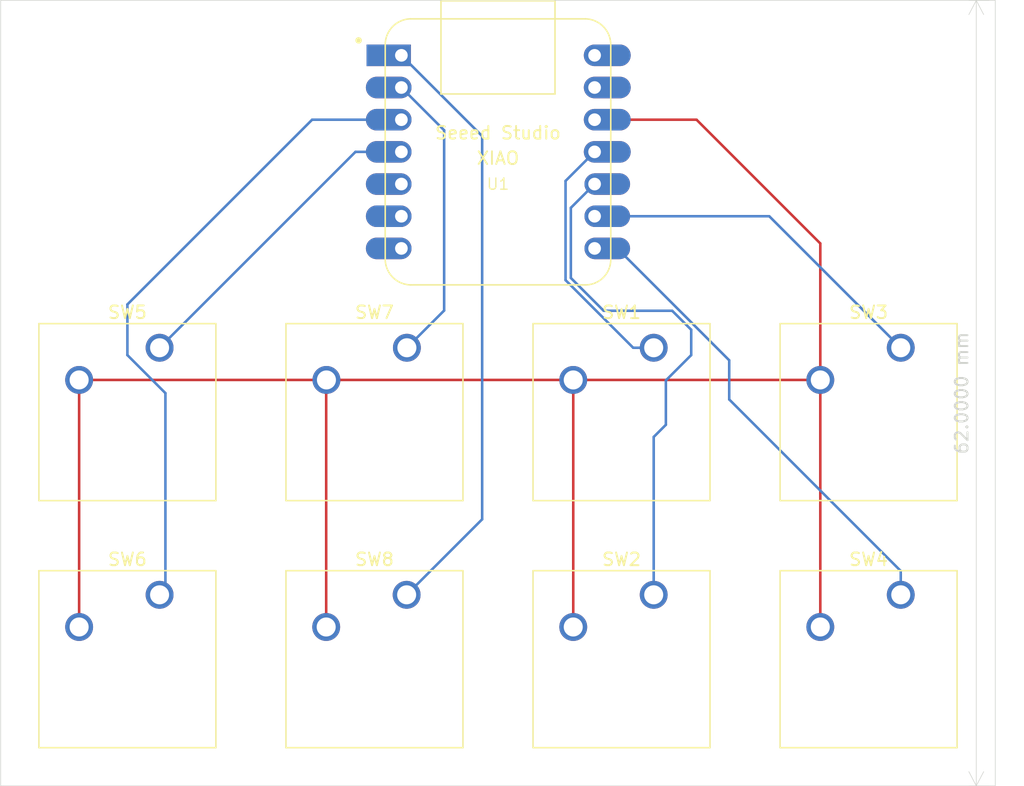
<source format=kicad_pcb>
(kicad_pcb (version 20240108) (generator "pcbnew") (generator_version "8.0")
  (layers (0 "F.Cu" signal) (31 "B.Cu" signal) (34 "B.Paste" user) (35 "F.Paste" user) (36 "B.SilkS" user "B.Silkscreen") (37 "F.SilkS" user "F.Silkscreen") (38 "B.Mask" user) (39 "F.Mask" user) (44 "Edge.Cuts" user))
  (net 0 "")
  (net 1 "GND")
  (net 2 "Net-(U1-PA6_A10_D10_MOSI)")
  (net 3 "Net-(U1-PA5_A9_D9_MISO)")
  (net 4 "Net-(U1-PA7_A8_D8_SCK)")
  (net 5 "Net-(U1-PB09_A7_D7_RX)")
  (net 6 "Net-(U1-PA02_A0_D0)")
  (net 10 "Net-(U1-PA4_A1_D1)")
  (net 12 "Net-(U1-PA10_A2_D2)")
  (net 13 "Net-(U1-PA11_A3_D3)")
  (footprint "Button_Switch_Keyboard:SW_Cherry_MX_1.00u_PCB" (layer "F.Cu") (at 142.54 85.42)
    (property "Reference" "SW7" (at -2.54 -2.794 0) (layer "F.SilkS"))
    (property "Value" "SW_Push")
    (fp_line (start -9.525 -1.905) (end 4.445 -1.905) (stroke (width 0.12)) (layer "F.SilkS"))
    (fp_line (start -9.525 12.065) (end -9.525 -1.905) (stroke (width 0.12)) (layer "F.SilkS"))
    (fp_line (start 4.445 -1.905) (end 4.445 12.065) (stroke (width 0.12)) (layer "F.SilkS"))
    (fp_line (start 4.445 12.065) (end -9.525 12.065) (stroke (width 0.12)) (layer "F.SilkS"))
    (pad "" np_thru_hole circle (at -7.6 5.08) (size 1.7 1.7) (drill 1.7) (layers "*.Cu" "*.Mask"))
    (pad "" np_thru_hole circle (at -2.52 5.08) (size 4 4) (drill 4) (layers "*.Cu" "*.Mask"))
    (pad "" np_thru_hole circle (at 2.56 5.08) (size 1.7 1.7) (drill 1.7) (layers "*.Cu" "*.Mask"))
    (pad "1" thru_hole circle (at 0.02 0) (size 2.2 2.2) (drill 1.5) (layers "*.Cu" "*.Mask") (net 10 "Net-(U1-PA4_A1_D1)"))
    (pad "2" thru_hole circle (at -6.33 2.54) (size 2.2 2.2) (drill 1.5) (layers "*.Cu" "*.Mask") (net 1 "GND"))
  )
  (footprint "Button_Switch_Keyboard:SW_Cherry_MX_1.00u_PCB" (layer "F.Cu") (at 162.04 104.92)
    (property "Reference" "SW2" (at -2.54 -2.794 0) (layer "F.SilkS"))
    (property "Value" "SW_Push")
    (fp_line (start -9.525 -1.905) (end 4.445 -1.905) (stroke (width 0.12)) (layer "F.SilkS"))
    (fp_line (start -9.525 12.065) (end -9.525 -1.905) (stroke (width 0.12)) (layer "F.SilkS"))
    (fp_line (start 4.445 -1.905) (end 4.445 12.065) (stroke (width 0.12)) (layer "F.SilkS"))
    (fp_line (start 4.445 12.065) (end -9.525 12.065) (stroke (width 0.12)) (layer "F.SilkS"))
    (pad "" np_thru_hole circle (at -7.62 5.08) (size 1.7 1.7) (drill 1.7) (layers "*.Cu" "*.Mask"))
    (pad "" np_thru_hole circle (at -2.54 5.08) (size 4 4) (drill 4) (layers "*.Cu" "*.Mask"))
    (pad "" np_thru_hole circle (at 2.54 5.08) (size 1.7 1.7) (drill 1.7) (layers "*.Cu" "*.Mask"))
    (pad "1" thru_hole circle (at 0 0) (size 2.2 2.2) (drill 1.5) (layers "*.Cu" "*.Mask") (net 3 "Net-(U1-PA5_A9_D9_MISO)"))
    (pad "2" thru_hole circle (at -6.35 2.54) (size 2.2 2.2) (drill 1.5) (layers "*.Cu" "*.Mask") (net 1 "GND"))
  )
  (footprint "Button_Switch_Keyboard:SW_Cherry_MX_1.00u_PCB" (layer "F.Cu") (at 181.54 104.92)
    (property "Reference" "SW4" (at -2.54 -2.794 0) (layer "F.SilkS"))
    (property "Value" "SW_Push")
    (fp_line (start -9.525 -1.905) (end 4.445 -1.905) (stroke (width 0.12)) (layer "F.SilkS"))
    (fp_line (start -9.525 12.065) (end -9.525 -1.905) (stroke (width 0.12)) (layer "F.SilkS"))
    (fp_line (start 4.445 -1.905) (end 4.445 12.065) (stroke (width 0.12)) (layer "F.SilkS"))
    (fp_line (start 4.445 12.065) (end -9.525 12.065) (stroke (width 0.12)) (layer "F.SilkS"))
    (pad "" np_thru_hole circle (at -7.62 5.08) (size 1.7 1.7) (drill 1.7) (layers "*.Cu" "*.Mask"))
    (pad "" np_thru_hole circle (at -2.54 5.08) (size 4 4) (drill 4) (layers "*.Cu" "*.Mask"))
    (pad "" np_thru_hole circle (at 2.54 5.08) (size 1.7 1.7) (drill 1.7) (layers "*.Cu" "*.Mask"))
    (pad "1" thru_hole circle (at 0 0) (size 2.2 2.2) (drill 1.5) (layers "*.Cu" "*.Mask") (net 5 "Net-(U1-PB09_A7_D7_RX)"))
    (pad "2" thru_hole circle (at -6.35 2.54) (size 2.2 2.2) (drill 1.5) (layers "*.Cu" "*.Mask") (net 1 "GND"))
  )
  (footprint "footprints:XIAO-Generic-Hybrid-14P-2.54-21X17.8MM" (layer "F.Cu") (at 149.75 69.96)
    (property "Reference" "U1" (at 0 2.54 0) (layer "F.SilkS") (effects (font (size 0.889 0.889) (thickness 0.1016))))
    (property "Value" "MOUDLE-SEEEDUINO-XIAO" (hide yes))
    (fp_line (start -8.9 -8.5) (end -8.9 8.5) (stroke (width 0.127)) (layer "F.SilkS"))
    (fp_line (start -6.9 10.5) (end 6.9 10.5) (stroke (width 0.127)) (layer "F.SilkS"))
    (fp_line (start -4.5 -11.92403) (end 4.5 -11.92403) (stroke (width 0.127)) (layer "F.SilkS"))
    (fp_line (start -4.5 -4.57073) (end -4.5 -11.92403) (stroke (width 0.127)) (layer "F.SilkS"))
    (fp_line (start 4.5 -11.92403) (end 4.5 -4.57073) (stroke (width 0.127)) (layer "F.SilkS"))
    (fp_line (start 4.5 -4.57073) (end -4.5 -4.57073) (stroke (width 0.127)) (layer "F.SilkS"))
    (fp_line (start 6.9 -10.49909) (end -6.9 -10.49909) (stroke (width 0.127)) (layer "F.SilkS"))
    (fp_line (start 8.9 8.5) (end 8.9 -8.5) (stroke (width 0.127)) (layer "F.SilkS"))
    (fp_arc (start -8.9 -8.5) (mid -8.301491 -9.901491) (end -6.9 -10.5) (stroke (width 0.12)) (layer "F.SilkS"))
    (fp_arc (start -6.9 10.5) (mid -8.301423 9.901423) (end -8.9 8.5) (stroke (width 0.12)) (layer "F.SilkS"))
    (fp_arc (start 6.9 -10.5) (mid 8.301494 -9.901494) (end 8.9 -8.5) (stroke (width 0.12)) (layer "F.SilkS"))
    (fp_arc (start 8.9 8.5) (mid 8.314214 9.914214) (end 6.9 10.5) (stroke (width 0.12)) (layer "F.SilkS"))
    (fp_circle (center -11 -8.8) (end -11 -9.054) (fill solid) (layer "F.SilkS"))
    (fp_poly (pts (xy -8.887715 -8.561705) (xy -8.884667 -8.610473) (xy -8.880603 -8.659494)) (stroke (width 0.0254)) (fill none) (layer "F.SilkS"))
    (fp_poly (pts (xy 8.889492 8.521574) (xy 8.887713 8.57085) (xy 8.884665 8.619618) (xy 8.880601 8.668639) (xy 8.875268 8.717407) (xy 8.868664 8.766175) (xy 8.861044 8.81469) (xy 8.852153 8.86295) (xy 8.842248 8.910955)) (stroke (width 0.0254)) (fill none) (layer "F.SilkS"))
    (fp_text user "XIAO" (at 0 0.5 0) (layer "F.SilkS"))
    (fp_text user "Seeed Studio" (at 0 -1.5 0) (layer "F.SilkS"))
    (pad "1" thru_hole rect (at -7.625 -7.62) (size 3.5 1.7) (drill 1 (offset -1 0)) (layers "*.Cu" "*.Mask") (net 6 "Net-(U1-PA02_A0_D0)"))
    (pad "2" thru_hole oval (at -7.625 -5.08) (size 3.6 1.7) (drill 1 (offset -1 0)) (layers "*.Cu" "*.Mask") (net 10 "Net-(U1-PA4_A1_D1)"))
    (pad "3" thru_hole oval (at -7.625 -2.54) (size 3.6 1.7) (drill 1 (offset -1 0)) (layers "*.Cu" "*.Mask") (net 12 "Net-(U1-PA10_A2_D2)"))
    (pad "4" thru_hole oval (at -7.625 0) (size 3.6 1.7) (drill 1 (offset -1 0)) (layers "*.Cu" "*.Mask") (net 13 "Net-(U1-PA11_A3_D3)"))
    (pad "5" thru_hole oval (at -7.625 2.54) (size 3.6 1.7) (drill 1 (offset -1 0)) (layers "*.Cu" "*.Mask"))
    (pad "6" thru_hole oval (at -7.625 5.08 180) (size 3.6 1.7) (drill 1 (offset 1 0)) (layers "*.Cu" "*.Mask"))
    (pad "7" thru_hole oval (at -7.625 7.62) (size 3.6 1.7) (drill 1 (offset -1 0)) (layers "*.Cu" "*.Mask"))
    (pad "8" thru_hole oval (at 7.625 7.62) (size 3.6 1.7) (drill 1 (offset 1 0)) (layers "*.Cu" "*.Mask") (net 5 "Net-(U1-PB09_A7_D7_RX)"))
    (pad "9" thru_hole oval (at 7.625 5.08) (size 3.6 1.7) (drill 1 (offset 1 0)) (layers "*.Cu" "*.Mask") (net 4 "Net-(U1-PA7_A8_D8_SCK)"))
    (pad "10" thru_hole oval (at 7.625 2.54) (size 3.6 1.7) (drill 1 (offset 1 0)) (layers "*.Cu" "*.Mask") (net 3 "Net-(U1-PA5_A9_D9_MISO)"))
    (pad "11" thru_hole oval (at 7.625 0) (size 3.7 1.7) (drill 1 (offset 1 0)) (layers "*.Cu" "*.Mask") (net 2 "Net-(U1-PA6_A10_D10_MOSI)"))
    (pad "12" thru_hole oval (at 7.625 -2.54) (size 3.7 1.7) (drill 1 (offset 1 0)) (layers "*.Cu" "*.Mask") (net 1 "GND"))
    (pad "13" thru_hole oval (at 7.625 -5.08) (size 3.7 1.7) (drill 1 (offset 1 0)) (layers "*.Cu" "*.Mask"))
    (pad "14" thru_hole oval (at 7.625 -7.62) (size 3.7 1.7) (drill 1 (offset 1 0)) (layers "*.Cu" "*.Mask"))
  )
  (footprint "Button_Switch_Keyboard:SW_Cherry_MX_1.00u_PCB" (layer "F.Cu") (at 123.04 104.92)
    (property "Reference" "SW6" (at -2.54 -2.794 0) (layer "F.SilkS"))
    (property "Value" "SW_Push")
    (fp_line (start -9.525 -1.905) (end 4.445 -1.905) (stroke (width 0.12)) (layer "F.SilkS"))
    (fp_line (start -9.525 12.065) (end -9.525 -1.905) (stroke (width 0.12)) (layer "F.SilkS"))
    (fp_line (start 4.445 -1.905) (end 4.445 12.065) (stroke (width 0.12)) (layer "F.SilkS"))
    (fp_line (start 4.445 12.065) (end -9.525 12.065) (stroke (width 0.12)) (layer "F.SilkS"))
    (pad "" np_thru_hole circle (at -7.62 5.08) (size 1.7 1.7) (drill 1.7) (layers "*.Cu" "*.Mask"))
    (pad "" np_thru_hole circle (at -2.54 5.08) (size 4 4) (drill 4) (layers "*.Cu" "*.Mask"))
    (pad "" np_thru_hole circle (at 2.54 5.08) (size 1.7 1.7) (drill 1.7) (layers "*.Cu" "*.Mask"))
    (pad "1" thru_hole circle (at 0 0) (size 2.2 2.2) (drill 1.5) (layers "*.Cu" "*.Mask") (net 12 "Net-(U1-PA10_A2_D2)"))
    (pad "2" thru_hole circle (at -6.35 2.54) (size 2.2 2.2) (drill 1.5) (layers "*.Cu" "*.Mask") (net 1 "GND"))
  )
  (footprint "Button_Switch_Keyboard:SW_Cherry_MX_1.00u_PCB" (layer "F.Cu") (at 162.04 85.42)
    (property "Reference" "SW1" (at -2.54 -2.794 0) (layer "F.SilkS"))
    (property "Value" "SW_Push")
    (fp_line (start -9.525 -1.905) (end 4.445 -1.905) (stroke (width 0.12)) (layer "F.SilkS"))
    (fp_line (start -9.525 12.065) (end -9.525 -1.905) (stroke (width 0.12)) (layer "F.SilkS"))
    (fp_line (start 4.445 -1.905) (end 4.445 12.065) (stroke (width 0.12)) (layer "F.SilkS"))
    (fp_line (start 4.445 12.065) (end -9.525 12.065) (stroke (width 0.12)) (layer "F.SilkS"))
    (pad "" np_thru_hole circle (at -7.62 5.08) (size 1.7 1.7) (drill 1.7) (layers "*.Cu" "*.Mask"))
    (pad "" np_thru_hole circle (at -2.54 5.08) (size 4 4) (drill 4) (layers "*.Cu" "*.Mask"))
    (pad "" np_thru_hole circle (at 2.54 5.08) (size 1.7 1.7) (drill 1.7) (layers "*.Cu" "*.Mask"))
    (pad "1" thru_hole circle (at 0 0) (size 2.2 2.2) (drill 1.5) (layers "*.Cu" "*.Mask") (net 2 "Net-(U1-PA6_A10_D10_MOSI)"))
    (pad "2" thru_hole circle (at -6.35 2.54) (size 2.2 2.2) (drill 1.5) (layers "*.Cu" "*.Mask") (net 1 "GND"))
  )
  (footprint "Button_Switch_Keyboard:SW_Cherry_MX_1.00u_PCB" (layer "F.Cu") (at 123.04 85.42)
    (property "Reference" "SW5" (at -2.54 -2.794 0) (layer "F.SilkS"))
    (property "Value" "SW_Push")
    (fp_line (start -9.525 -1.905) (end 4.445 -1.905) (stroke (width 0.12)) (layer "F.SilkS"))
    (fp_line (start -9.525 12.065) (end -9.525 -1.905) (stroke (width 0.12)) (layer "F.SilkS"))
    (fp_line (start 4.445 -1.905) (end 4.445 12.065) (stroke (width 0.12)) (layer "F.SilkS"))
    (fp_line (start 4.445 12.065) (end -9.525 12.065) (stroke (width 0.12)) (layer "F.SilkS"))
    (pad "" np_thru_hole circle (at -7.62 5.08) (size 1.7 1.7) (drill 1.7) (layers "*.Cu" "*.Mask"))
    (pad "" np_thru_hole circle (at -2.54 5.08) (size 4 4) (drill 4) (layers "*.Cu" "*.Mask"))
    (pad "" np_thru_hole circle (at 2.54 5.08) (size 1.7 1.7) (drill 1.7) (layers "*.Cu" "*.Mask"))
    (pad "1" thru_hole circle (at 0 0) (size 2.2 2.2) (drill 1.5) (layers "*.Cu" "*.Mask") (net 13 "Net-(U1-PA11_A3_D3)"))
    (pad "2" thru_hole circle (at -6.35 2.54) (size 2.2 2.2) (drill 1.5) (layers "*.Cu" "*.Mask") (net 1 "GND"))
  )
  (footprint "Button_Switch_Keyboard:SW_Cherry_MX_1.00u_PCB" (layer "F.Cu") (at 181.54 85.42)
    (property "Reference" "SW3" (at -2.54 -2.794 0) (layer "F.SilkS"))
    (property "Value" "SW_Push")
    (fp_line (start -9.525 -1.905) (end 4.445 -1.905) (stroke (width 0.12)) (layer "F.SilkS"))
    (fp_line (start -9.525 12.065) (end -9.525 -1.905) (stroke (width 0.12)) (layer "F.SilkS"))
    (fp_line (start 4.445 -1.905) (end 4.445 12.065) (stroke (width 0.12)) (layer "F.SilkS"))
    (fp_line (start 4.445 12.065) (end -9.525 12.065) (stroke (width 0.12)) (layer "F.SilkS"))
    (pad "" np_thru_hole circle (at -7.62 5.08) (size 1.7 1.7) (drill 1.7) (layers "*.Cu" "*.Mask"))
    (pad "" np_thru_hole circle (at -2.54 5.08) (size 4 4) (drill 4) (layers "*.Cu" "*.Mask"))
    (pad "" np_thru_hole circle (at 2.54 5.08) (size 1.7 1.7) (drill 1.7) (layers "*.Cu" "*.Mask"))
    (pad "1" thru_hole circle (at 0 0) (size 2.2 2.2) (drill 1.5) (layers "*.Cu" "*.Mask") (net 4 "Net-(U1-PA7_A8_D8_SCK)"))
    (pad "2" thru_hole circle (at -6.35 2.54) (size 2.2 2.2) (drill 1.5) (layers "*.Cu" "*.Mask") (net 1 "GND"))
  )
  (footprint "Button_Switch_Keyboard:SW_Cherry_MX_1.00u_PCB" (layer "F.Cu") (at 142.54 104.92)
    (property "Reference" "SW8" (at -2.54 -2.794 0) (layer "F.SilkS"))
    (property "Value" "SW_Push")
    (fp_line (start -9.525 -1.905) (end 4.445 -1.905) (stroke (width 0.12)) (layer "F.SilkS"))
    (fp_line (start -9.525 12.065) (end -9.525 -1.905) (stroke (width 0.12)) (layer "F.SilkS"))
    (fp_line (start 4.445 -1.905) (end 4.445 12.065) (stroke (width 0.12)) (layer "F.SilkS"))
    (fp_line (start 4.445 12.065) (end -9.525 12.065) (stroke (width 0.12)) (layer "F.SilkS"))
    (pad "" np_thru_hole circle (at -7.62 5.08) (size 1.7 1.7) (drill 1.7) (layers "*.Cu" "*.Mask"))
    (pad "" np_thru_hole circle (at -2.54 5.08) (size 4 4) (drill 4) (layers "*.Cu" "*.Mask"))
    (pad "" np_thru_hole circle (at 2.54 5.08) (size 1.7 1.7) (drill 1.7) (layers "*.Cu" "*.Mask"))
    (pad "1" thru_hole circle (at 0 0) (size 2.2 2.2) (drill 1.5) (layers "*.Cu" "*.Mask") (net 6 "Net-(U1-PA02_A0_D0)"))
    (pad "2" thru_hole circle (at -6.35 2.54) (size 2.2 2.2) (drill 1.5) (layers "*.Cu" "*.Mask") (net 1 "GND"))
  )
  (gr_rect (start 110.5 58) (end 189 120) (stroke (width 0.05)) (fill none) (layer "Edge.Cuts"))
  (dimension (type aligned) (layer "Edge.Cuts") (pts (xy 189 120) (xy 189 58)) (height -1.5) (gr_text "62.0000 mm" (at 186.35 89 90) (layer "Edge.Cuts") (effects (font (size 1 1) (thickness 0.15)))) (format (prefix "") (suffix "") (units 3) (units_format 1) (precision 4)) (style (thickness 0.05) (arrow_length 1.27) (text_position_mode 0) (extension_height 0.58642) (extension_offset 0.5) keep_text_aligned))
  (segment (start 136.19 107.46) (end 136.19 87.98) (width 0.2) (layer "F.Cu") (net 1))
  (segment (start 136.19 87.98) (end 136.21 87.96) (width 0.2) (layer "F.Cu") (net 1))
  (segment (start 116.69 107.46) (end 116.69 87.96) (width 0.2) (layer "F.Cu") (net 1))
  (segment (start 175.19 107.46) (end 175.19 87.96) (width 0.2) (layer "F.Cu") (net 1))
  (segment (start 157.375 67.42) (end 165.42 67.42) (width 0.2) (layer "F.Cu") (net 1))
  (segment (start 155.69 107.46) (end 155.69 87.96) (width 0.2) (layer "F.Cu") (net 1))
  (segment (start 165.42 67.42) (end 175.19 77.19) (width 0.2) (layer "F.Cu") (net 1))
  (segment (start 116.69 87.96) (end 175.19 87.96) (width 0.2) (layer "F.Cu") (net 1))
  (segment (start 175.19 77.19) (end 175.19 87.96) (width 0.2) (layer "F.Cu") (net 1))
  (segment (start 160.42 85.42) (end 155.083 80.083) (width 0.2) (layer "B.Cu") (net 2))
  (segment (start 155.083 72.252) (end 157.375 69.96) (width 0.2) (layer "B.Cu") (net 2))
  (segment (start 160.42 85.42) (end 162.04 85.42) (width 0.2) (layer "B.Cu") (net 2))
  (segment (start 155.083 80.083) (end 155.083 72.252) (width 0.2) (layer "B.Cu") (net 2))
  (segment (start 163 88) (end 165 86) (width 0.2) (layer "B.Cu") (net 3))
  (segment (start 155.5 74.375) (end 157.375 72.5) (width 0.2) (layer "B.Cu") (net 3))
  (segment (start 155.5 79.910272) (end 155.5 74.375) (width 0.2) (layer "B.Cu") (net 3))
  (segment (start 158.089728 82.5) (end 155.5 79.910272) (width 0.2) (layer "B.Cu") (net 3))
  (segment (start 162.04 104.92) (end 162.04 92.46) (width 0.2) (layer "B.Cu") (net 3))
  (segment (start 163.5 82.5) (end 158.089728 82.5) (width 0.2) (layer "B.Cu") (net 3))
  (segment (start 163 91.5) (end 163 88) (width 0.2) (layer "B.Cu") (net 3))
  (segment (start 165 86) (end 165 84) (width 0.2) (layer "B.Cu") (net 3))
  (segment (start 162.04 92.46) (end 163 91.5) (width 0.2) (layer "B.Cu") (net 3))
  (segment (start 165 84) (end 163.5 82.5) (width 0.2) (layer "B.Cu") (net 3))
  (segment (start 171.16 75.04) (end 181.54 85.42) (width 0.2) (layer "B.Cu") (net 4))
  (segment (start 171.16 75.04) (end 157.375 75.04) (width 0.2) (layer "B.Cu") (net 4))
  (segment (start 168 89.5) (end 168 86.410272) (width 0.2) (layer "B.Cu") (net 5))
  (segment (start 168 86.410272) (end 159.169728 77.58) (width 0.2) (layer "B.Cu") (net 5))
  (segment (start 181.54 104.92) (end 181.54 103.04) (width 0.2) (layer "B.Cu") (net 5))
  (segment (start 159.169728 77.58) (end 157.375 77.58) (width 0.2) (layer "B.Cu") (net 5))
  (segment (start 181.54 103.04) (end 168 89.5) (width 0.2) (layer "B.Cu") (net 5))
  (segment (start 142.54 104.92) (end 148.5 98.96) (width 0.2) (layer "B.Cu") (net 6))
  (segment (start 148.5 98.96) (end 148.5 68.715) (width 0.2) (layer "B.Cu") (net 6))
  (segment (start 148.5 68.715) (end 142.125 62.34) (width 0.2) (layer "B.Cu") (net 6))
  (segment (start 145.5 82.48) (end 142.56 85.42) (width 0.2) (layer "B.Cu") (net 10))
  (segment (start 145.5 68.255) (end 145.5 82.48) (width 0.2) (layer "B.Cu") (net 10))
  (segment (start 145.5 68.255) (end 142.125 64.88) (width 0.2) (layer "B.Cu") (net 10))
  (segment (start 135.08 67.42) (end 142.125 67.42) (width 0.2) (layer "B.Cu") (net 12))
  (segment (start 120.5 82) (end 135.08 67.42) (width 0.2) (layer "B.Cu") (net 12))
  (segment (start 123.5 89) (end 120.5 86) (width 0.2) (layer "B.Cu") (net 12))
  (segment (start 120.5 86) (end 120.5 82) (width 0.2) (layer "B.Cu") (net 12))
  (segment (start 123.04 104.92) (end 123.08 104.92) (width 0.2) (layer "B.Cu") (net 12))
  (segment (start 123.5 104.5) (end 123.5 89) (width 0.2) (layer "B.Cu") (net 12))
  (segment (start 123.08 104.92) (end 123.5 104.5) (width 0.2) (layer "B.Cu") (net 12))
  (segment (start 138.5 69.96) (end 142.125 69.96) (width 0.2) (layer "B.Cu") (net 13))
  (segment (start 123.04 85.42) (end 138.5 69.96) (width 0.2) (layer "B.Cu") (net 13))
)
</source>
